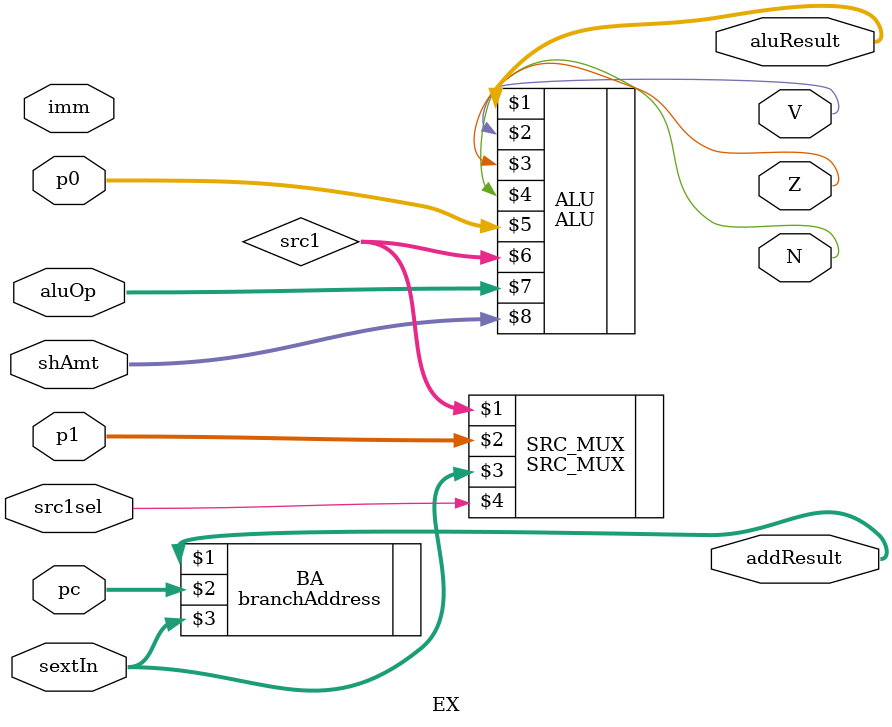
<source format=v>

module EX(aluResult, V, Z, N, addResult, sextIn, p0, p1, shAmt, aluOp, imm, src1sel, pc);
  input [15:0] p0, p1;
  input [7:0] imm;
  input [3:0] shAmt;
  input [2:0] aluOp;
  input src1sel;
  input [31:0] sextIn;
  input [15:0] pc;
  output [15:0] aluResult;
  output V, Z, N;
  output [15:0] addResult;
  
  wire [15:0] src1;
 
  SRC_MUX SRC_MUX(src1, p1, sextIn, src1sel);
  
  ALU ALU(aluResult, V, Z, N, p0, src1, aluOp, shAmt);
  
  branchAddress BA(addResult, pc, sextIn);
  
endmodule

</source>
